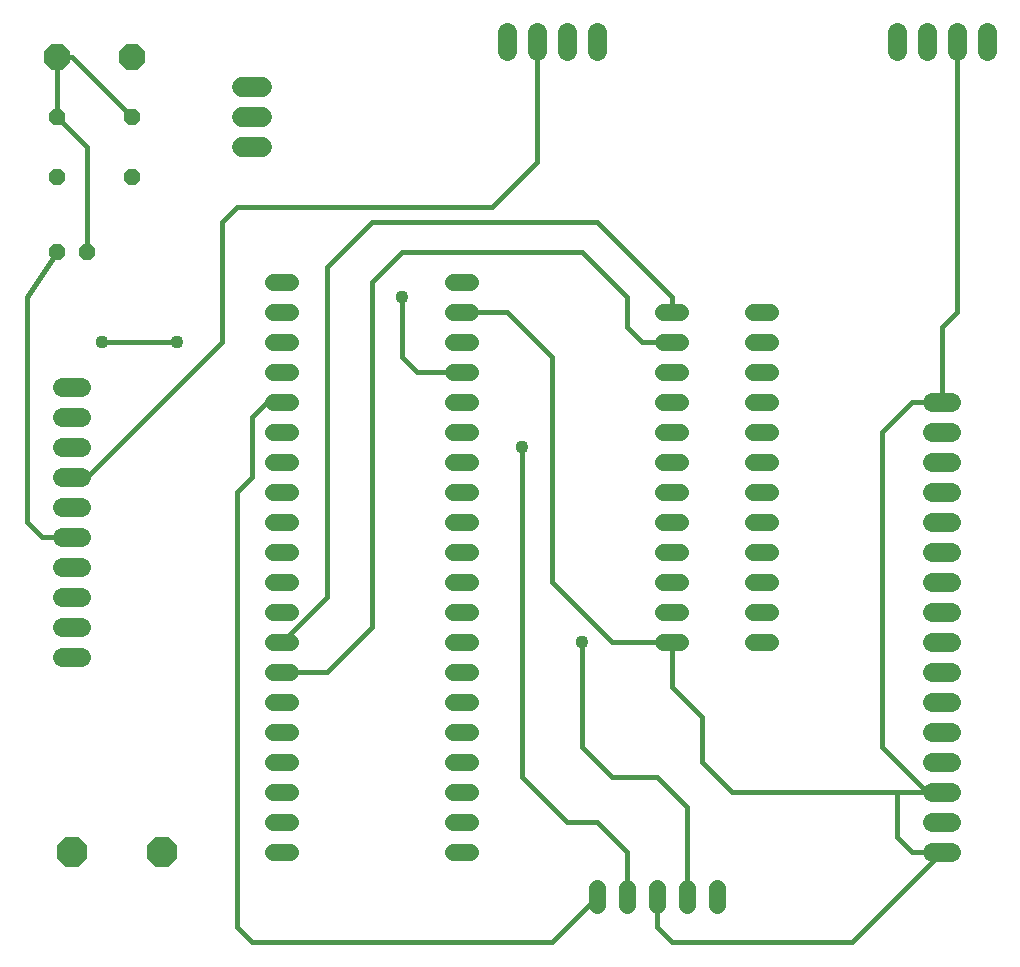
<source format=gbl>
G75*
%MOIN*%
%OFA0B0*%
%FSLAX24Y24*%
%IPPOS*%
%LPD*%
%AMOC8*
5,1,8,0,0,1.08239X$1,22.5*
%
%ADD10C,0.0560*%
%ADD11C,0.0640*%
%ADD12OC8,0.0850*%
%ADD13OC8,0.1000*%
%ADD14C,0.0680*%
%ADD15OC8,0.0560*%
%ADD16C,0.0160*%
%ADD17C,0.0436*%
D10*
X008820Y003600D02*
X009380Y003600D01*
X009380Y004600D02*
X008820Y004600D01*
X008820Y005600D02*
X009380Y005600D01*
X009380Y006600D02*
X008820Y006600D01*
X008820Y007600D02*
X009380Y007600D01*
X009380Y008600D02*
X008820Y008600D01*
X008820Y009600D02*
X009380Y009600D01*
X009380Y010600D02*
X008820Y010600D01*
X008820Y011600D02*
X009380Y011600D01*
X009380Y012600D02*
X008820Y012600D01*
X008820Y013600D02*
X009380Y013600D01*
X009380Y014600D02*
X008820Y014600D01*
X008820Y015600D02*
X009380Y015600D01*
X009380Y016600D02*
X008820Y016600D01*
X008820Y017600D02*
X009380Y017600D01*
X009380Y018600D02*
X008820Y018600D01*
X008820Y019600D02*
X009380Y019600D01*
X009380Y020600D02*
X008820Y020600D01*
X008820Y021600D02*
X009380Y021600D01*
X009380Y022600D02*
X008820Y022600D01*
X014820Y022600D02*
X015380Y022600D01*
X015380Y021600D02*
X014820Y021600D01*
X014820Y020600D02*
X015380Y020600D01*
X015380Y019600D02*
X014820Y019600D01*
X014820Y018600D02*
X015380Y018600D01*
X015380Y017600D02*
X014820Y017600D01*
X014820Y016600D02*
X015380Y016600D01*
X015380Y015600D02*
X014820Y015600D01*
X014820Y014600D02*
X015380Y014600D01*
X015380Y013600D02*
X014820Y013600D01*
X014820Y012600D02*
X015380Y012600D01*
X015380Y011600D02*
X014820Y011600D01*
X014820Y010600D02*
X015380Y010600D01*
X015380Y009600D02*
X014820Y009600D01*
X014820Y008600D02*
X015380Y008600D01*
X015380Y007600D02*
X014820Y007600D01*
X014820Y006600D02*
X015380Y006600D01*
X015380Y005600D02*
X014820Y005600D01*
X014820Y004600D02*
X015380Y004600D01*
X015380Y003600D02*
X014820Y003600D01*
X019600Y002380D02*
X019600Y001820D01*
X020600Y001820D02*
X020600Y002380D01*
X021600Y002380D02*
X021600Y001820D01*
X022600Y001820D02*
X022600Y002380D01*
X023600Y002380D02*
X023600Y001820D01*
X022380Y010600D02*
X021820Y010600D01*
X021820Y011600D02*
X022380Y011600D01*
X022380Y012600D02*
X021820Y012600D01*
X021820Y013600D02*
X022380Y013600D01*
X022380Y014600D02*
X021820Y014600D01*
X021820Y015600D02*
X022380Y015600D01*
X022380Y016600D02*
X021820Y016600D01*
X021820Y017600D02*
X022380Y017600D01*
X022380Y018600D02*
X021820Y018600D01*
X021820Y019600D02*
X022380Y019600D01*
X022380Y020600D02*
X021820Y020600D01*
X021820Y021600D02*
X022380Y021600D01*
X024820Y021600D02*
X025380Y021600D01*
X025380Y020600D02*
X024820Y020600D01*
X024820Y019600D02*
X025380Y019600D01*
X025380Y018600D02*
X024820Y018600D01*
X024820Y017600D02*
X025380Y017600D01*
X025380Y016600D02*
X024820Y016600D01*
X024820Y015600D02*
X025380Y015600D01*
X025380Y014600D02*
X024820Y014600D01*
X024820Y013600D02*
X025380Y013600D01*
X025380Y012600D02*
X024820Y012600D01*
X024820Y011600D02*
X025380Y011600D01*
X025380Y010600D02*
X024820Y010600D01*
D11*
X030780Y010600D02*
X031420Y010600D01*
X031420Y009600D02*
X030780Y009600D01*
X030780Y008600D02*
X031420Y008600D01*
X031420Y007600D02*
X030780Y007600D01*
X030780Y006600D02*
X031420Y006600D01*
X031420Y005600D02*
X030780Y005600D01*
X030780Y004600D02*
X031420Y004600D01*
X031420Y003600D02*
X030780Y003600D01*
X030780Y011600D02*
X031420Y011600D01*
X031420Y012600D02*
X030780Y012600D01*
X030780Y013600D02*
X031420Y013600D01*
X031420Y014600D02*
X030780Y014600D01*
X030780Y015600D02*
X031420Y015600D01*
X031420Y016600D02*
X030780Y016600D01*
X030780Y017600D02*
X031420Y017600D01*
X031420Y018600D02*
X030780Y018600D01*
X030600Y030280D02*
X030600Y030920D01*
X029600Y030920D02*
X029600Y030280D01*
X031600Y030280D02*
X031600Y030920D01*
X032600Y030920D02*
X032600Y030280D01*
X019600Y030280D02*
X019600Y030920D01*
X018600Y030920D02*
X018600Y030280D01*
X017600Y030280D02*
X017600Y030920D01*
X016600Y030920D02*
X016600Y030280D01*
X002420Y019100D02*
X001780Y019100D01*
X001780Y018100D02*
X002420Y018100D01*
X002420Y017100D02*
X001780Y017100D01*
X001780Y016100D02*
X002420Y016100D01*
X002420Y015100D02*
X001780Y015100D01*
X001780Y014100D02*
X002420Y014100D01*
X002420Y013100D02*
X001780Y013100D01*
X001780Y012100D02*
X002420Y012100D01*
X002420Y011100D02*
X001780Y011100D01*
X001780Y010100D02*
X002420Y010100D01*
D12*
X001600Y030100D03*
X004100Y030100D03*
D13*
X002100Y003600D03*
X005100Y003600D03*
D14*
X007760Y027100D02*
X008440Y027100D01*
X008440Y028100D02*
X007760Y028100D01*
X007760Y029100D02*
X008440Y029100D01*
D15*
X004100Y028100D03*
X004100Y026100D03*
X001600Y026100D03*
X001600Y028100D03*
X001600Y023600D03*
X002600Y023600D03*
D16*
X002600Y027100D01*
X001600Y028100D01*
X001600Y030100D01*
X002100Y030100D01*
X004100Y028100D01*
X007600Y025100D02*
X007100Y024600D01*
X007100Y020600D01*
X002600Y016100D01*
X002100Y016100D01*
X000600Y014600D02*
X001100Y014100D01*
X002100Y014100D01*
X000600Y014600D02*
X000600Y022100D01*
X001600Y023600D01*
X003100Y020600D02*
X005600Y020600D01*
X008100Y018100D02*
X008600Y018600D01*
X009100Y018600D01*
X008100Y018100D02*
X008100Y016100D01*
X007600Y015600D01*
X007600Y001100D01*
X008100Y000600D01*
X018100Y000600D01*
X019600Y002100D01*
X020600Y002100D02*
X020600Y003600D01*
X019600Y004600D01*
X018600Y004600D01*
X017100Y006100D01*
X017100Y017100D01*
X015100Y019600D02*
X013600Y019600D01*
X013100Y020100D01*
X013100Y022100D01*
X012100Y022600D02*
X013100Y023600D01*
X019100Y023600D01*
X020600Y022100D01*
X020600Y021100D01*
X021100Y020600D01*
X022100Y020600D01*
X022100Y021600D02*
X022100Y022100D01*
X019600Y024600D01*
X012100Y024600D01*
X010600Y023100D01*
X010600Y012100D01*
X009100Y010600D01*
X009100Y009600D02*
X010600Y009600D01*
X012100Y011100D01*
X012100Y022600D01*
X015100Y021600D02*
X016600Y021600D01*
X018100Y020100D01*
X018100Y012600D01*
X020100Y010600D01*
X022100Y010600D01*
X022100Y009100D01*
X023100Y008100D01*
X023100Y006600D01*
X024100Y005600D01*
X029600Y005600D01*
X029600Y004100D01*
X030100Y003600D01*
X031100Y003600D01*
X028100Y000600D01*
X022100Y000600D01*
X021600Y001100D01*
X021600Y002100D01*
X022600Y002100D02*
X022600Y005100D01*
X021600Y006100D01*
X020100Y006100D01*
X019100Y007100D01*
X019100Y010600D01*
X029100Y007100D02*
X030600Y005600D01*
X031100Y005600D01*
X029600Y005600D01*
X029100Y007100D02*
X029100Y017600D01*
X030100Y018600D01*
X031100Y018600D01*
X031100Y021100D01*
X031600Y021600D01*
X031600Y030600D01*
X017600Y030600D02*
X017600Y026600D01*
X016100Y025100D01*
X007600Y025100D01*
D17*
X005600Y020600D03*
X003100Y020600D03*
X013100Y022100D03*
X017100Y017100D03*
X019100Y010600D03*
M02*

</source>
